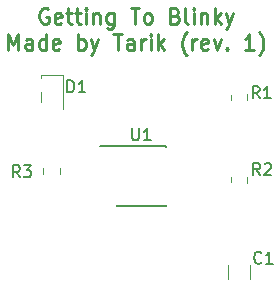
<source format=gbr>
G04 #@! TF.GenerationSoftware,KiCad,Pcbnew,(5.0.0)*
G04 #@! TF.CreationDate,2018-10-15T00:14:37+02:00*
G04 #@! TF.ProjectId,GettingToBlinky,47657474696E67546F426C696E6B792E,rev?*
G04 #@! TF.SameCoordinates,Original*
G04 #@! TF.FileFunction,Legend,Top*
G04 #@! TF.FilePolarity,Positive*
%FSLAX46Y46*%
G04 Gerber Fmt 4.6, Leading zero omitted, Abs format (unit mm)*
G04 Created by KiCad (PCBNEW (5.0.0)) date 10/15/18 00:14:37*
%MOMM*%
%LPD*%
G01*
G04 APERTURE LIST*
%ADD10C,0.250000*%
%ADD11C,0.120000*%
%ADD12C,0.150000*%
%ADD13C,0.100000*%
%ADD14C,1.825000*%
%ADD15C,1.550000*%
%ADD16R,1.950000X1.000000*%
G04 APERTURE END LIST*
D10*
X178521428Y-105750000D02*
X178397619Y-105688095D01*
X178211904Y-105688095D01*
X178026190Y-105750000D01*
X177902380Y-105873809D01*
X177840476Y-105997619D01*
X177778571Y-106245238D01*
X177778571Y-106430952D01*
X177840476Y-106678571D01*
X177902380Y-106802380D01*
X178026190Y-106926190D01*
X178211904Y-106988095D01*
X178335714Y-106988095D01*
X178521428Y-106926190D01*
X178583333Y-106864285D01*
X178583333Y-106430952D01*
X178335714Y-106430952D01*
X179635714Y-106926190D02*
X179511904Y-106988095D01*
X179264285Y-106988095D01*
X179140476Y-106926190D01*
X179078571Y-106802380D01*
X179078571Y-106307142D01*
X179140476Y-106183333D01*
X179264285Y-106121428D01*
X179511904Y-106121428D01*
X179635714Y-106183333D01*
X179697619Y-106307142D01*
X179697619Y-106430952D01*
X179078571Y-106554761D01*
X180069047Y-106121428D02*
X180564285Y-106121428D01*
X180254761Y-105688095D02*
X180254761Y-106802380D01*
X180316666Y-106926190D01*
X180440476Y-106988095D01*
X180564285Y-106988095D01*
X180811904Y-106121428D02*
X181307142Y-106121428D01*
X180997619Y-105688095D02*
X180997619Y-106802380D01*
X181059523Y-106926190D01*
X181183333Y-106988095D01*
X181307142Y-106988095D01*
X181740476Y-106988095D02*
X181740476Y-106121428D01*
X181740476Y-105688095D02*
X181678571Y-105750000D01*
X181740476Y-105811904D01*
X181802380Y-105750000D01*
X181740476Y-105688095D01*
X181740476Y-105811904D01*
X182359523Y-106121428D02*
X182359523Y-106988095D01*
X182359523Y-106245238D02*
X182421428Y-106183333D01*
X182545238Y-106121428D01*
X182730952Y-106121428D01*
X182854761Y-106183333D01*
X182916666Y-106307142D01*
X182916666Y-106988095D01*
X184092857Y-106121428D02*
X184092857Y-107173809D01*
X184030952Y-107297619D01*
X183969047Y-107359523D01*
X183845238Y-107421428D01*
X183659523Y-107421428D01*
X183535714Y-107359523D01*
X184092857Y-106926190D02*
X183969047Y-106988095D01*
X183721428Y-106988095D01*
X183597619Y-106926190D01*
X183535714Y-106864285D01*
X183473809Y-106740476D01*
X183473809Y-106369047D01*
X183535714Y-106245238D01*
X183597619Y-106183333D01*
X183721428Y-106121428D01*
X183969047Y-106121428D01*
X184092857Y-106183333D01*
X185516666Y-105688095D02*
X186259523Y-105688095D01*
X185888095Y-106988095D02*
X185888095Y-105688095D01*
X186878571Y-106988095D02*
X186754761Y-106926190D01*
X186692857Y-106864285D01*
X186630952Y-106740476D01*
X186630952Y-106369047D01*
X186692857Y-106245238D01*
X186754761Y-106183333D01*
X186878571Y-106121428D01*
X187064285Y-106121428D01*
X187188095Y-106183333D01*
X187250000Y-106245238D01*
X187311904Y-106369047D01*
X187311904Y-106740476D01*
X187250000Y-106864285D01*
X187188095Y-106926190D01*
X187064285Y-106988095D01*
X186878571Y-106988095D01*
X189292857Y-106307142D02*
X189478571Y-106369047D01*
X189540476Y-106430952D01*
X189602380Y-106554761D01*
X189602380Y-106740476D01*
X189540476Y-106864285D01*
X189478571Y-106926190D01*
X189354761Y-106988095D01*
X188859523Y-106988095D01*
X188859523Y-105688095D01*
X189292857Y-105688095D01*
X189416666Y-105750000D01*
X189478571Y-105811904D01*
X189540476Y-105935714D01*
X189540476Y-106059523D01*
X189478571Y-106183333D01*
X189416666Y-106245238D01*
X189292857Y-106307142D01*
X188859523Y-106307142D01*
X190345238Y-106988095D02*
X190221428Y-106926190D01*
X190159523Y-106802380D01*
X190159523Y-105688095D01*
X190840476Y-106988095D02*
X190840476Y-106121428D01*
X190840476Y-105688095D02*
X190778571Y-105750000D01*
X190840476Y-105811904D01*
X190902380Y-105750000D01*
X190840476Y-105688095D01*
X190840476Y-105811904D01*
X191459523Y-106121428D02*
X191459523Y-106988095D01*
X191459523Y-106245238D02*
X191521428Y-106183333D01*
X191645238Y-106121428D01*
X191830952Y-106121428D01*
X191954761Y-106183333D01*
X192016666Y-106307142D01*
X192016666Y-106988095D01*
X192635714Y-106988095D02*
X192635714Y-105688095D01*
X192759523Y-106492857D02*
X193130952Y-106988095D01*
X193130952Y-106121428D02*
X192635714Y-106616666D01*
X193564285Y-106121428D02*
X193873809Y-106988095D01*
X194183333Y-106121428D02*
X193873809Y-106988095D01*
X193750000Y-107297619D01*
X193688095Y-107359523D01*
X193564285Y-107421428D01*
X175147619Y-109188095D02*
X175147619Y-107888095D01*
X175580952Y-108816666D01*
X176014285Y-107888095D01*
X176014285Y-109188095D01*
X177190476Y-109188095D02*
X177190476Y-108507142D01*
X177128571Y-108383333D01*
X177004761Y-108321428D01*
X176757142Y-108321428D01*
X176633333Y-108383333D01*
X177190476Y-109126190D02*
X177066666Y-109188095D01*
X176757142Y-109188095D01*
X176633333Y-109126190D01*
X176571428Y-109002380D01*
X176571428Y-108878571D01*
X176633333Y-108754761D01*
X176757142Y-108692857D01*
X177066666Y-108692857D01*
X177190476Y-108630952D01*
X178366666Y-109188095D02*
X178366666Y-107888095D01*
X178366666Y-109126190D02*
X178242857Y-109188095D01*
X177995238Y-109188095D01*
X177871428Y-109126190D01*
X177809523Y-109064285D01*
X177747619Y-108940476D01*
X177747619Y-108569047D01*
X177809523Y-108445238D01*
X177871428Y-108383333D01*
X177995238Y-108321428D01*
X178242857Y-108321428D01*
X178366666Y-108383333D01*
X179480952Y-109126190D02*
X179357142Y-109188095D01*
X179109523Y-109188095D01*
X178985714Y-109126190D01*
X178923809Y-109002380D01*
X178923809Y-108507142D01*
X178985714Y-108383333D01*
X179109523Y-108321428D01*
X179357142Y-108321428D01*
X179480952Y-108383333D01*
X179542857Y-108507142D01*
X179542857Y-108630952D01*
X178923809Y-108754761D01*
X181090476Y-109188095D02*
X181090476Y-107888095D01*
X181090476Y-108383333D02*
X181214285Y-108321428D01*
X181461904Y-108321428D01*
X181585714Y-108383333D01*
X181647619Y-108445238D01*
X181709523Y-108569047D01*
X181709523Y-108940476D01*
X181647619Y-109064285D01*
X181585714Y-109126190D01*
X181461904Y-109188095D01*
X181214285Y-109188095D01*
X181090476Y-109126190D01*
X182142857Y-108321428D02*
X182452380Y-109188095D01*
X182761904Y-108321428D02*
X182452380Y-109188095D01*
X182328571Y-109497619D01*
X182266666Y-109559523D01*
X182142857Y-109621428D01*
X184061904Y-107888095D02*
X184804761Y-107888095D01*
X184433333Y-109188095D02*
X184433333Y-107888095D01*
X185795238Y-109188095D02*
X185795238Y-108507142D01*
X185733333Y-108383333D01*
X185609523Y-108321428D01*
X185361904Y-108321428D01*
X185238095Y-108383333D01*
X185795238Y-109126190D02*
X185671428Y-109188095D01*
X185361904Y-109188095D01*
X185238095Y-109126190D01*
X185176190Y-109002380D01*
X185176190Y-108878571D01*
X185238095Y-108754761D01*
X185361904Y-108692857D01*
X185671428Y-108692857D01*
X185795238Y-108630952D01*
X186414285Y-109188095D02*
X186414285Y-108321428D01*
X186414285Y-108569047D02*
X186476190Y-108445238D01*
X186538095Y-108383333D01*
X186661904Y-108321428D01*
X186785714Y-108321428D01*
X187219047Y-109188095D02*
X187219047Y-108321428D01*
X187219047Y-107888095D02*
X187157142Y-107950000D01*
X187219047Y-108011904D01*
X187280952Y-107950000D01*
X187219047Y-107888095D01*
X187219047Y-108011904D01*
X187838095Y-109188095D02*
X187838095Y-107888095D01*
X187961904Y-108692857D02*
X188333333Y-109188095D01*
X188333333Y-108321428D02*
X187838095Y-108816666D01*
X190252380Y-109683333D02*
X190190476Y-109621428D01*
X190066666Y-109435714D01*
X190004761Y-109311904D01*
X189942857Y-109126190D01*
X189880952Y-108816666D01*
X189880952Y-108569047D01*
X189942857Y-108259523D01*
X190004761Y-108073809D01*
X190066666Y-107950000D01*
X190190476Y-107764285D01*
X190252380Y-107702380D01*
X190747619Y-109188095D02*
X190747619Y-108321428D01*
X190747619Y-108569047D02*
X190809523Y-108445238D01*
X190871428Y-108383333D01*
X190995238Y-108321428D01*
X191119047Y-108321428D01*
X192047619Y-109126190D02*
X191923809Y-109188095D01*
X191676190Y-109188095D01*
X191552380Y-109126190D01*
X191490476Y-109002380D01*
X191490476Y-108507142D01*
X191552380Y-108383333D01*
X191676190Y-108321428D01*
X191923809Y-108321428D01*
X192047619Y-108383333D01*
X192109523Y-108507142D01*
X192109523Y-108630952D01*
X191490476Y-108754761D01*
X192542857Y-108321428D02*
X192852380Y-109188095D01*
X193161904Y-108321428D01*
X193657142Y-109064285D02*
X193719047Y-109126190D01*
X193657142Y-109188095D01*
X193595238Y-109126190D01*
X193657142Y-109064285D01*
X193657142Y-109188095D01*
X195947619Y-109188095D02*
X195204761Y-109188095D01*
X195576190Y-109188095D02*
X195576190Y-107888095D01*
X195452380Y-108073809D01*
X195328571Y-108197619D01*
X195204761Y-108259523D01*
X196380952Y-109683333D02*
X196442857Y-109621428D01*
X196566666Y-109435714D01*
X196628571Y-109311904D01*
X196690476Y-109126190D01*
X196752380Y-108816666D01*
X196752380Y-108569047D01*
X196690476Y-108259523D01*
X196628571Y-108073809D01*
X196566666Y-107950000D01*
X196442857Y-107764285D01*
X196380952Y-107702380D01*
D11*
G04 #@! TO.C,C1*
X193790000Y-127447936D02*
X193790000Y-128652064D01*
X195610000Y-127447936D02*
X195610000Y-128652064D01*
G04 #@! TO.C,D1*
X177890000Y-111340000D02*
X177890000Y-114200000D01*
X179810000Y-111340000D02*
X177890000Y-111340000D01*
X179810000Y-114200000D02*
X179810000Y-111340000D01*
G04 #@! TO.C,R1*
X193990000Y-112988748D02*
X193990000Y-113511252D01*
X195410000Y-112988748D02*
X195410000Y-113511252D01*
G04 #@! TO.C,R2*
X193990000Y-119988748D02*
X193990000Y-120511252D01*
X195410000Y-119988748D02*
X195410000Y-120511252D01*
G04 #@! TO.C,R3*
X178140000Y-119761252D02*
X178140000Y-119238748D01*
X179560000Y-119761252D02*
X179560000Y-119238748D01*
D12*
G04 #@! TO.C,U1*
X184325000Y-117325000D02*
X184325000Y-117375000D01*
X188475000Y-117325000D02*
X188475000Y-117470000D01*
X188475000Y-122475000D02*
X188475000Y-122330000D01*
X184325000Y-122475000D02*
X184325000Y-122330000D01*
X184325000Y-117325000D02*
X188475000Y-117325000D01*
X184325000Y-122475000D02*
X188475000Y-122475000D01*
X184325000Y-117375000D02*
X182925000Y-117375000D01*
G04 #@! TO.C,C1*
X196583333Y-127207142D02*
X196535714Y-127254761D01*
X196392857Y-127302380D01*
X196297619Y-127302380D01*
X196154761Y-127254761D01*
X196059523Y-127159523D01*
X196011904Y-127064285D01*
X195964285Y-126873809D01*
X195964285Y-126730952D01*
X196011904Y-126540476D01*
X196059523Y-126445238D01*
X196154761Y-126350000D01*
X196297619Y-126302380D01*
X196392857Y-126302380D01*
X196535714Y-126350000D01*
X196583333Y-126397619D01*
X197535714Y-127302380D02*
X196964285Y-127302380D01*
X197250000Y-127302380D02*
X197250000Y-126302380D01*
X197154761Y-126445238D01*
X197059523Y-126540476D01*
X196964285Y-126588095D01*
G04 #@! TO.C,D1*
X180161904Y-112802380D02*
X180161904Y-111802380D01*
X180400000Y-111802380D01*
X180542857Y-111850000D01*
X180638095Y-111945238D01*
X180685714Y-112040476D01*
X180733333Y-112230952D01*
X180733333Y-112373809D01*
X180685714Y-112564285D01*
X180638095Y-112659523D01*
X180542857Y-112754761D01*
X180400000Y-112802380D01*
X180161904Y-112802380D01*
X181685714Y-112802380D02*
X181114285Y-112802380D01*
X181400000Y-112802380D02*
X181400000Y-111802380D01*
X181304761Y-111945238D01*
X181209523Y-112040476D01*
X181114285Y-112088095D01*
G04 #@! TO.C,R1*
X196433333Y-113302380D02*
X196100000Y-112826190D01*
X195861904Y-113302380D02*
X195861904Y-112302380D01*
X196242857Y-112302380D01*
X196338095Y-112350000D01*
X196385714Y-112397619D01*
X196433333Y-112492857D01*
X196433333Y-112635714D01*
X196385714Y-112730952D01*
X196338095Y-112778571D01*
X196242857Y-112826190D01*
X195861904Y-112826190D01*
X197385714Y-113302380D02*
X196814285Y-113302380D01*
X197100000Y-113302380D02*
X197100000Y-112302380D01*
X197004761Y-112445238D01*
X196909523Y-112540476D01*
X196814285Y-112588095D01*
G04 #@! TO.C,R2*
X196483333Y-119802380D02*
X196150000Y-119326190D01*
X195911904Y-119802380D02*
X195911904Y-118802380D01*
X196292857Y-118802380D01*
X196388095Y-118850000D01*
X196435714Y-118897619D01*
X196483333Y-118992857D01*
X196483333Y-119135714D01*
X196435714Y-119230952D01*
X196388095Y-119278571D01*
X196292857Y-119326190D01*
X195911904Y-119326190D01*
X196864285Y-118897619D02*
X196911904Y-118850000D01*
X197007142Y-118802380D01*
X197245238Y-118802380D01*
X197340476Y-118850000D01*
X197388095Y-118897619D01*
X197435714Y-118992857D01*
X197435714Y-119088095D01*
X197388095Y-119230952D01*
X196816666Y-119802380D01*
X197435714Y-119802380D01*
G04 #@! TO.C,R3*
X176133333Y-120002380D02*
X175800000Y-119526190D01*
X175561904Y-120002380D02*
X175561904Y-119002380D01*
X175942857Y-119002380D01*
X176038095Y-119050000D01*
X176085714Y-119097619D01*
X176133333Y-119192857D01*
X176133333Y-119335714D01*
X176085714Y-119430952D01*
X176038095Y-119478571D01*
X175942857Y-119526190D01*
X175561904Y-119526190D01*
X176466666Y-119002380D02*
X177085714Y-119002380D01*
X176752380Y-119383333D01*
X176895238Y-119383333D01*
X176990476Y-119430952D01*
X177038095Y-119478571D01*
X177085714Y-119573809D01*
X177085714Y-119811904D01*
X177038095Y-119907142D01*
X176990476Y-119954761D01*
X176895238Y-120002380D01*
X176609523Y-120002380D01*
X176514285Y-119954761D01*
X176466666Y-119907142D01*
G04 #@! TO.C,U1*
X185638095Y-115852380D02*
X185638095Y-116661904D01*
X185685714Y-116757142D01*
X185733333Y-116804761D01*
X185828571Y-116852380D01*
X186019047Y-116852380D01*
X186114285Y-116804761D01*
X186161904Y-116757142D01*
X186209523Y-116661904D01*
X186209523Y-115852380D01*
X187209523Y-116852380D02*
X186638095Y-116852380D01*
X186923809Y-116852380D02*
X186923809Y-115852380D01*
X186828571Y-115995238D01*
X186733333Y-116090476D01*
X186638095Y-116138095D01*
G04 #@! TD*
%LPC*%
D13*
G04 #@! TO.C,C1*
G36*
X195486207Y-128626542D02*
X195517287Y-128631152D01*
X195547766Y-128638787D01*
X195577350Y-128649372D01*
X195605754Y-128662806D01*
X195632704Y-128678959D01*
X195657942Y-128697677D01*
X195681223Y-128718777D01*
X195702323Y-128742058D01*
X195721041Y-128767296D01*
X195737194Y-128794246D01*
X195750628Y-128822650D01*
X195761213Y-128852234D01*
X195768848Y-128882713D01*
X195773458Y-128913793D01*
X195775000Y-128945176D01*
X195775000Y-130129824D01*
X195773458Y-130161207D01*
X195768848Y-130192287D01*
X195761213Y-130222766D01*
X195750628Y-130252350D01*
X195737194Y-130280754D01*
X195721041Y-130307704D01*
X195702323Y-130332942D01*
X195681223Y-130356223D01*
X195657942Y-130377323D01*
X195632704Y-130396041D01*
X195605754Y-130412194D01*
X195577350Y-130425628D01*
X195547766Y-130436213D01*
X195517287Y-130443848D01*
X195486207Y-130448458D01*
X195454824Y-130450000D01*
X193945176Y-130450000D01*
X193913793Y-130448458D01*
X193882713Y-130443848D01*
X193852234Y-130436213D01*
X193822650Y-130425628D01*
X193794246Y-130412194D01*
X193767296Y-130396041D01*
X193742058Y-130377323D01*
X193718777Y-130356223D01*
X193697677Y-130332942D01*
X193678959Y-130307704D01*
X193662806Y-130280754D01*
X193649372Y-130252350D01*
X193638787Y-130222766D01*
X193631152Y-130192287D01*
X193626542Y-130161207D01*
X193625000Y-130129824D01*
X193625000Y-128945176D01*
X193626542Y-128913793D01*
X193631152Y-128882713D01*
X193638787Y-128852234D01*
X193649372Y-128822650D01*
X193662806Y-128794246D01*
X193678959Y-128767296D01*
X193697677Y-128742058D01*
X193718777Y-128718777D01*
X193742058Y-128697677D01*
X193767296Y-128678959D01*
X193794246Y-128662806D01*
X193822650Y-128649372D01*
X193852234Y-128638787D01*
X193882713Y-128631152D01*
X193913793Y-128626542D01*
X193945176Y-128625000D01*
X195454824Y-128625000D01*
X195486207Y-128626542D01*
X195486207Y-128626542D01*
G37*
D14*
X194700000Y-129537500D03*
D13*
G36*
X195486207Y-125651542D02*
X195517287Y-125656152D01*
X195547766Y-125663787D01*
X195577350Y-125674372D01*
X195605754Y-125687806D01*
X195632704Y-125703959D01*
X195657942Y-125722677D01*
X195681223Y-125743777D01*
X195702323Y-125767058D01*
X195721041Y-125792296D01*
X195737194Y-125819246D01*
X195750628Y-125847650D01*
X195761213Y-125877234D01*
X195768848Y-125907713D01*
X195773458Y-125938793D01*
X195775000Y-125970176D01*
X195775000Y-127154824D01*
X195773458Y-127186207D01*
X195768848Y-127217287D01*
X195761213Y-127247766D01*
X195750628Y-127277350D01*
X195737194Y-127305754D01*
X195721041Y-127332704D01*
X195702323Y-127357942D01*
X195681223Y-127381223D01*
X195657942Y-127402323D01*
X195632704Y-127421041D01*
X195605754Y-127437194D01*
X195577350Y-127450628D01*
X195547766Y-127461213D01*
X195517287Y-127468848D01*
X195486207Y-127473458D01*
X195454824Y-127475000D01*
X193945176Y-127475000D01*
X193913793Y-127473458D01*
X193882713Y-127468848D01*
X193852234Y-127461213D01*
X193822650Y-127450628D01*
X193794246Y-127437194D01*
X193767296Y-127421041D01*
X193742058Y-127402323D01*
X193718777Y-127381223D01*
X193697677Y-127357942D01*
X193678959Y-127332704D01*
X193662806Y-127305754D01*
X193649372Y-127277350D01*
X193638787Y-127247766D01*
X193631152Y-127217287D01*
X193626542Y-127186207D01*
X193625000Y-127154824D01*
X193625000Y-125970176D01*
X193626542Y-125938793D01*
X193631152Y-125907713D01*
X193638787Y-125877234D01*
X193649372Y-125847650D01*
X193662806Y-125819246D01*
X193678959Y-125792296D01*
X193697677Y-125767058D01*
X193718777Y-125743777D01*
X193742058Y-125722677D01*
X193767296Y-125703959D01*
X193794246Y-125687806D01*
X193822650Y-125674372D01*
X193852234Y-125663787D01*
X193882713Y-125656152D01*
X193913793Y-125651542D01*
X193945176Y-125650000D01*
X195454824Y-125650000D01*
X195486207Y-125651542D01*
X195486207Y-125651542D01*
G37*
D14*
X194700000Y-126562500D03*
G04 #@! TD*
D13*
G04 #@! TO.C,D1*
G36*
X179446071Y-113451623D02*
X179478781Y-113456475D01*
X179510857Y-113464509D01*
X179541991Y-113475649D01*
X179571884Y-113489787D01*
X179600247Y-113506787D01*
X179626807Y-113526485D01*
X179651308Y-113548692D01*
X179673515Y-113573193D01*
X179693213Y-113599753D01*
X179710213Y-113628116D01*
X179724351Y-113658009D01*
X179735491Y-113689143D01*
X179743525Y-113721219D01*
X179748377Y-113753929D01*
X179750000Y-113786956D01*
X179750000Y-114663044D01*
X179748377Y-114696071D01*
X179743525Y-114728781D01*
X179735491Y-114760857D01*
X179724351Y-114791991D01*
X179710213Y-114821884D01*
X179693213Y-114850247D01*
X179673515Y-114876807D01*
X179651308Y-114901308D01*
X179626807Y-114923515D01*
X179600247Y-114943213D01*
X179571884Y-114960213D01*
X179541991Y-114974351D01*
X179510857Y-114985491D01*
X179478781Y-114993525D01*
X179446071Y-114998377D01*
X179413044Y-115000000D01*
X178286956Y-115000000D01*
X178253929Y-114998377D01*
X178221219Y-114993525D01*
X178189143Y-114985491D01*
X178158009Y-114974351D01*
X178128116Y-114960213D01*
X178099753Y-114943213D01*
X178073193Y-114923515D01*
X178048692Y-114901308D01*
X178026485Y-114876807D01*
X178006787Y-114850247D01*
X177989787Y-114821884D01*
X177975649Y-114791991D01*
X177964509Y-114760857D01*
X177956475Y-114728781D01*
X177951623Y-114696071D01*
X177950000Y-114663044D01*
X177950000Y-113786956D01*
X177951623Y-113753929D01*
X177956475Y-113721219D01*
X177964509Y-113689143D01*
X177975649Y-113658009D01*
X177989787Y-113628116D01*
X178006787Y-113599753D01*
X178026485Y-113573193D01*
X178048692Y-113548692D01*
X178073193Y-113526485D01*
X178099753Y-113506787D01*
X178128116Y-113489787D01*
X178158009Y-113475649D01*
X178189143Y-113464509D01*
X178221219Y-113456475D01*
X178253929Y-113451623D01*
X178286956Y-113450000D01*
X179413044Y-113450000D01*
X179446071Y-113451623D01*
X179446071Y-113451623D01*
G37*
D15*
X178850000Y-114225000D03*
D13*
G36*
X179446071Y-111401623D02*
X179478781Y-111406475D01*
X179510857Y-111414509D01*
X179541991Y-111425649D01*
X179571884Y-111439787D01*
X179600247Y-111456787D01*
X179626807Y-111476485D01*
X179651308Y-111498692D01*
X179673515Y-111523193D01*
X179693213Y-111549753D01*
X179710213Y-111578116D01*
X179724351Y-111608009D01*
X179735491Y-111639143D01*
X179743525Y-111671219D01*
X179748377Y-111703929D01*
X179750000Y-111736956D01*
X179750000Y-112613044D01*
X179748377Y-112646071D01*
X179743525Y-112678781D01*
X179735491Y-112710857D01*
X179724351Y-112741991D01*
X179710213Y-112771884D01*
X179693213Y-112800247D01*
X179673515Y-112826807D01*
X179651308Y-112851308D01*
X179626807Y-112873515D01*
X179600247Y-112893213D01*
X179571884Y-112910213D01*
X179541991Y-112924351D01*
X179510857Y-112935491D01*
X179478781Y-112943525D01*
X179446071Y-112948377D01*
X179413044Y-112950000D01*
X178286956Y-112950000D01*
X178253929Y-112948377D01*
X178221219Y-112943525D01*
X178189143Y-112935491D01*
X178158009Y-112924351D01*
X178128116Y-112910213D01*
X178099753Y-112893213D01*
X178073193Y-112873515D01*
X178048692Y-112851308D01*
X178026485Y-112826807D01*
X178006787Y-112800247D01*
X177989787Y-112771884D01*
X177975649Y-112741991D01*
X177964509Y-112710857D01*
X177956475Y-112678781D01*
X177951623Y-112646071D01*
X177950000Y-112613044D01*
X177950000Y-111736956D01*
X177951623Y-111703929D01*
X177956475Y-111671219D01*
X177964509Y-111639143D01*
X177975649Y-111608009D01*
X177989787Y-111578116D01*
X178006787Y-111549753D01*
X178026485Y-111523193D01*
X178048692Y-111498692D01*
X178073193Y-111476485D01*
X178099753Y-111456787D01*
X178128116Y-111439787D01*
X178158009Y-111425649D01*
X178189143Y-111414509D01*
X178221219Y-111406475D01*
X178253929Y-111401623D01*
X178286956Y-111400000D01*
X179413044Y-111400000D01*
X179446071Y-111401623D01*
X179446071Y-111401623D01*
G37*
D15*
X178850000Y-112175000D03*
G04 #@! TD*
D13*
G04 #@! TO.C,R1*
G36*
X195296071Y-113501623D02*
X195328781Y-113506475D01*
X195360857Y-113514509D01*
X195391991Y-113525649D01*
X195421884Y-113539787D01*
X195450247Y-113556787D01*
X195476807Y-113576485D01*
X195501308Y-113598692D01*
X195523515Y-113623193D01*
X195543213Y-113649753D01*
X195560213Y-113678116D01*
X195574351Y-113708009D01*
X195585491Y-113739143D01*
X195593525Y-113771219D01*
X195598377Y-113803929D01*
X195600000Y-113836956D01*
X195600000Y-114713044D01*
X195598377Y-114746071D01*
X195593525Y-114778781D01*
X195585491Y-114810857D01*
X195574351Y-114841991D01*
X195560213Y-114871884D01*
X195543213Y-114900247D01*
X195523515Y-114926807D01*
X195501308Y-114951308D01*
X195476807Y-114973515D01*
X195450247Y-114993213D01*
X195421884Y-115010213D01*
X195391991Y-115024351D01*
X195360857Y-115035491D01*
X195328781Y-115043525D01*
X195296071Y-115048377D01*
X195263044Y-115050000D01*
X194136956Y-115050000D01*
X194103929Y-115048377D01*
X194071219Y-115043525D01*
X194039143Y-115035491D01*
X194008009Y-115024351D01*
X193978116Y-115010213D01*
X193949753Y-114993213D01*
X193923193Y-114973515D01*
X193898692Y-114951308D01*
X193876485Y-114926807D01*
X193856787Y-114900247D01*
X193839787Y-114871884D01*
X193825649Y-114841991D01*
X193814509Y-114810857D01*
X193806475Y-114778781D01*
X193801623Y-114746071D01*
X193800000Y-114713044D01*
X193800000Y-113836956D01*
X193801623Y-113803929D01*
X193806475Y-113771219D01*
X193814509Y-113739143D01*
X193825649Y-113708009D01*
X193839787Y-113678116D01*
X193856787Y-113649753D01*
X193876485Y-113623193D01*
X193898692Y-113598692D01*
X193923193Y-113576485D01*
X193949753Y-113556787D01*
X193978116Y-113539787D01*
X194008009Y-113525649D01*
X194039143Y-113514509D01*
X194071219Y-113506475D01*
X194103929Y-113501623D01*
X194136956Y-113500000D01*
X195263044Y-113500000D01*
X195296071Y-113501623D01*
X195296071Y-113501623D01*
G37*
D15*
X194700000Y-114275000D03*
D13*
G36*
X195296071Y-111451623D02*
X195328781Y-111456475D01*
X195360857Y-111464509D01*
X195391991Y-111475649D01*
X195421884Y-111489787D01*
X195450247Y-111506787D01*
X195476807Y-111526485D01*
X195501308Y-111548692D01*
X195523515Y-111573193D01*
X195543213Y-111599753D01*
X195560213Y-111628116D01*
X195574351Y-111658009D01*
X195585491Y-111689143D01*
X195593525Y-111721219D01*
X195598377Y-111753929D01*
X195600000Y-111786956D01*
X195600000Y-112663044D01*
X195598377Y-112696071D01*
X195593525Y-112728781D01*
X195585491Y-112760857D01*
X195574351Y-112791991D01*
X195560213Y-112821884D01*
X195543213Y-112850247D01*
X195523515Y-112876807D01*
X195501308Y-112901308D01*
X195476807Y-112923515D01*
X195450247Y-112943213D01*
X195421884Y-112960213D01*
X195391991Y-112974351D01*
X195360857Y-112985491D01*
X195328781Y-112993525D01*
X195296071Y-112998377D01*
X195263044Y-113000000D01*
X194136956Y-113000000D01*
X194103929Y-112998377D01*
X194071219Y-112993525D01*
X194039143Y-112985491D01*
X194008009Y-112974351D01*
X193978116Y-112960213D01*
X193949753Y-112943213D01*
X193923193Y-112923515D01*
X193898692Y-112901308D01*
X193876485Y-112876807D01*
X193856787Y-112850247D01*
X193839787Y-112821884D01*
X193825649Y-112791991D01*
X193814509Y-112760857D01*
X193806475Y-112728781D01*
X193801623Y-112696071D01*
X193800000Y-112663044D01*
X193800000Y-111786956D01*
X193801623Y-111753929D01*
X193806475Y-111721219D01*
X193814509Y-111689143D01*
X193825649Y-111658009D01*
X193839787Y-111628116D01*
X193856787Y-111599753D01*
X193876485Y-111573193D01*
X193898692Y-111548692D01*
X193923193Y-111526485D01*
X193949753Y-111506787D01*
X193978116Y-111489787D01*
X194008009Y-111475649D01*
X194039143Y-111464509D01*
X194071219Y-111456475D01*
X194103929Y-111451623D01*
X194136956Y-111450000D01*
X195263044Y-111450000D01*
X195296071Y-111451623D01*
X195296071Y-111451623D01*
G37*
D15*
X194700000Y-112225000D03*
G04 #@! TD*
D13*
G04 #@! TO.C,R2*
G36*
X195296071Y-120501623D02*
X195328781Y-120506475D01*
X195360857Y-120514509D01*
X195391991Y-120525649D01*
X195421884Y-120539787D01*
X195450247Y-120556787D01*
X195476807Y-120576485D01*
X195501308Y-120598692D01*
X195523515Y-120623193D01*
X195543213Y-120649753D01*
X195560213Y-120678116D01*
X195574351Y-120708009D01*
X195585491Y-120739143D01*
X195593525Y-120771219D01*
X195598377Y-120803929D01*
X195600000Y-120836956D01*
X195600000Y-121713044D01*
X195598377Y-121746071D01*
X195593525Y-121778781D01*
X195585491Y-121810857D01*
X195574351Y-121841991D01*
X195560213Y-121871884D01*
X195543213Y-121900247D01*
X195523515Y-121926807D01*
X195501308Y-121951308D01*
X195476807Y-121973515D01*
X195450247Y-121993213D01*
X195421884Y-122010213D01*
X195391991Y-122024351D01*
X195360857Y-122035491D01*
X195328781Y-122043525D01*
X195296071Y-122048377D01*
X195263044Y-122050000D01*
X194136956Y-122050000D01*
X194103929Y-122048377D01*
X194071219Y-122043525D01*
X194039143Y-122035491D01*
X194008009Y-122024351D01*
X193978116Y-122010213D01*
X193949753Y-121993213D01*
X193923193Y-121973515D01*
X193898692Y-121951308D01*
X193876485Y-121926807D01*
X193856787Y-121900247D01*
X193839787Y-121871884D01*
X193825649Y-121841991D01*
X193814509Y-121810857D01*
X193806475Y-121778781D01*
X193801623Y-121746071D01*
X193800000Y-121713044D01*
X193800000Y-120836956D01*
X193801623Y-120803929D01*
X193806475Y-120771219D01*
X193814509Y-120739143D01*
X193825649Y-120708009D01*
X193839787Y-120678116D01*
X193856787Y-120649753D01*
X193876485Y-120623193D01*
X193898692Y-120598692D01*
X193923193Y-120576485D01*
X193949753Y-120556787D01*
X193978116Y-120539787D01*
X194008009Y-120525649D01*
X194039143Y-120514509D01*
X194071219Y-120506475D01*
X194103929Y-120501623D01*
X194136956Y-120500000D01*
X195263044Y-120500000D01*
X195296071Y-120501623D01*
X195296071Y-120501623D01*
G37*
D15*
X194700000Y-121275000D03*
D13*
G36*
X195296071Y-118451623D02*
X195328781Y-118456475D01*
X195360857Y-118464509D01*
X195391991Y-118475649D01*
X195421884Y-118489787D01*
X195450247Y-118506787D01*
X195476807Y-118526485D01*
X195501308Y-118548692D01*
X195523515Y-118573193D01*
X195543213Y-118599753D01*
X195560213Y-118628116D01*
X195574351Y-118658009D01*
X195585491Y-118689143D01*
X195593525Y-118721219D01*
X195598377Y-118753929D01*
X195600000Y-118786956D01*
X195600000Y-119663044D01*
X195598377Y-119696071D01*
X195593525Y-119728781D01*
X195585491Y-119760857D01*
X195574351Y-119791991D01*
X195560213Y-119821884D01*
X195543213Y-119850247D01*
X195523515Y-119876807D01*
X195501308Y-119901308D01*
X195476807Y-119923515D01*
X195450247Y-119943213D01*
X195421884Y-119960213D01*
X195391991Y-119974351D01*
X195360857Y-119985491D01*
X195328781Y-119993525D01*
X195296071Y-119998377D01*
X195263044Y-120000000D01*
X194136956Y-120000000D01*
X194103929Y-119998377D01*
X194071219Y-119993525D01*
X194039143Y-119985491D01*
X194008009Y-119974351D01*
X193978116Y-119960213D01*
X193949753Y-119943213D01*
X193923193Y-119923515D01*
X193898692Y-119901308D01*
X193876485Y-119876807D01*
X193856787Y-119850247D01*
X193839787Y-119821884D01*
X193825649Y-119791991D01*
X193814509Y-119760857D01*
X193806475Y-119728781D01*
X193801623Y-119696071D01*
X193800000Y-119663044D01*
X193800000Y-118786956D01*
X193801623Y-118753929D01*
X193806475Y-118721219D01*
X193814509Y-118689143D01*
X193825649Y-118658009D01*
X193839787Y-118628116D01*
X193856787Y-118599753D01*
X193876485Y-118573193D01*
X193898692Y-118548692D01*
X193923193Y-118526485D01*
X193949753Y-118506787D01*
X193978116Y-118489787D01*
X194008009Y-118475649D01*
X194039143Y-118464509D01*
X194071219Y-118456475D01*
X194103929Y-118451623D01*
X194136956Y-118450000D01*
X195263044Y-118450000D01*
X195296071Y-118451623D01*
X195296071Y-118451623D01*
G37*
D15*
X194700000Y-119225000D03*
G04 #@! TD*
D13*
G04 #@! TO.C,R3*
G36*
X179446071Y-119751623D02*
X179478781Y-119756475D01*
X179510857Y-119764509D01*
X179541991Y-119775649D01*
X179571884Y-119789787D01*
X179600247Y-119806787D01*
X179626807Y-119826485D01*
X179651308Y-119848692D01*
X179673515Y-119873193D01*
X179693213Y-119899753D01*
X179710213Y-119928116D01*
X179724351Y-119958009D01*
X179735491Y-119989143D01*
X179743525Y-120021219D01*
X179748377Y-120053929D01*
X179750000Y-120086956D01*
X179750000Y-120963044D01*
X179748377Y-120996071D01*
X179743525Y-121028781D01*
X179735491Y-121060857D01*
X179724351Y-121091991D01*
X179710213Y-121121884D01*
X179693213Y-121150247D01*
X179673515Y-121176807D01*
X179651308Y-121201308D01*
X179626807Y-121223515D01*
X179600247Y-121243213D01*
X179571884Y-121260213D01*
X179541991Y-121274351D01*
X179510857Y-121285491D01*
X179478781Y-121293525D01*
X179446071Y-121298377D01*
X179413044Y-121300000D01*
X178286956Y-121300000D01*
X178253929Y-121298377D01*
X178221219Y-121293525D01*
X178189143Y-121285491D01*
X178158009Y-121274351D01*
X178128116Y-121260213D01*
X178099753Y-121243213D01*
X178073193Y-121223515D01*
X178048692Y-121201308D01*
X178026485Y-121176807D01*
X178006787Y-121150247D01*
X177989787Y-121121884D01*
X177975649Y-121091991D01*
X177964509Y-121060857D01*
X177956475Y-121028781D01*
X177951623Y-120996071D01*
X177950000Y-120963044D01*
X177950000Y-120086956D01*
X177951623Y-120053929D01*
X177956475Y-120021219D01*
X177964509Y-119989143D01*
X177975649Y-119958009D01*
X177989787Y-119928116D01*
X178006787Y-119899753D01*
X178026485Y-119873193D01*
X178048692Y-119848692D01*
X178073193Y-119826485D01*
X178099753Y-119806787D01*
X178128116Y-119789787D01*
X178158009Y-119775649D01*
X178189143Y-119764509D01*
X178221219Y-119756475D01*
X178253929Y-119751623D01*
X178286956Y-119750000D01*
X179413044Y-119750000D01*
X179446071Y-119751623D01*
X179446071Y-119751623D01*
G37*
D15*
X178850000Y-120525000D03*
D13*
G36*
X179446071Y-117701623D02*
X179478781Y-117706475D01*
X179510857Y-117714509D01*
X179541991Y-117725649D01*
X179571884Y-117739787D01*
X179600247Y-117756787D01*
X179626807Y-117776485D01*
X179651308Y-117798692D01*
X179673515Y-117823193D01*
X179693213Y-117849753D01*
X179710213Y-117878116D01*
X179724351Y-117908009D01*
X179735491Y-117939143D01*
X179743525Y-117971219D01*
X179748377Y-118003929D01*
X179750000Y-118036956D01*
X179750000Y-118913044D01*
X179748377Y-118946071D01*
X179743525Y-118978781D01*
X179735491Y-119010857D01*
X179724351Y-119041991D01*
X179710213Y-119071884D01*
X179693213Y-119100247D01*
X179673515Y-119126807D01*
X179651308Y-119151308D01*
X179626807Y-119173515D01*
X179600247Y-119193213D01*
X179571884Y-119210213D01*
X179541991Y-119224351D01*
X179510857Y-119235491D01*
X179478781Y-119243525D01*
X179446071Y-119248377D01*
X179413044Y-119250000D01*
X178286956Y-119250000D01*
X178253929Y-119248377D01*
X178221219Y-119243525D01*
X178189143Y-119235491D01*
X178158009Y-119224351D01*
X178128116Y-119210213D01*
X178099753Y-119193213D01*
X178073193Y-119173515D01*
X178048692Y-119151308D01*
X178026485Y-119126807D01*
X178006787Y-119100247D01*
X177989787Y-119071884D01*
X177975649Y-119041991D01*
X177964509Y-119010857D01*
X177956475Y-118978781D01*
X177951623Y-118946071D01*
X177950000Y-118913044D01*
X177950000Y-118036956D01*
X177951623Y-118003929D01*
X177956475Y-117971219D01*
X177964509Y-117939143D01*
X177975649Y-117908009D01*
X177989787Y-117878116D01*
X178006787Y-117849753D01*
X178026485Y-117823193D01*
X178048692Y-117798692D01*
X178073193Y-117776485D01*
X178099753Y-117756787D01*
X178128116Y-117739787D01*
X178158009Y-117725649D01*
X178189143Y-117714509D01*
X178221219Y-117706475D01*
X178253929Y-117701623D01*
X178286956Y-117700000D01*
X179413044Y-117700000D01*
X179446071Y-117701623D01*
X179446071Y-117701623D01*
G37*
D15*
X178850000Y-118475000D03*
G04 #@! TD*
D16*
G04 #@! TO.C,U1*
X183700000Y-117995000D03*
X183700000Y-119265000D03*
X183700000Y-120535000D03*
X183700000Y-121805000D03*
X189100000Y-121805000D03*
X189100000Y-120535000D03*
X189100000Y-119265000D03*
X189100000Y-117995000D03*
G04 #@! TD*
M02*

</source>
